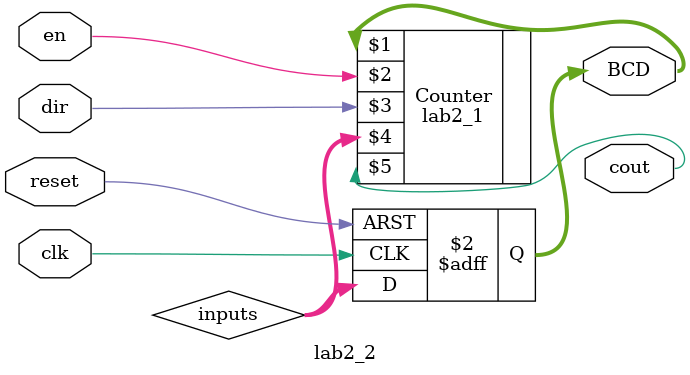
<source format=v>
`timescale 1ns / 1ps


module lab2_2(clk, reset, en, dir, BCD, cout);
    input clk, reset, en, dir;
    output reg [3:0] BCD;
    output cout;
    wire [3:0]inputs;
    lab2_1 Counter(BCD,en,dir,inputs,cout);
    always@(negedge clk or posedge reset)begin
        if(reset)begin
            BCD <= 4'b0000;
        end
        else begin
            BCD <= inputs;
        end
    end
endmodule

</source>
